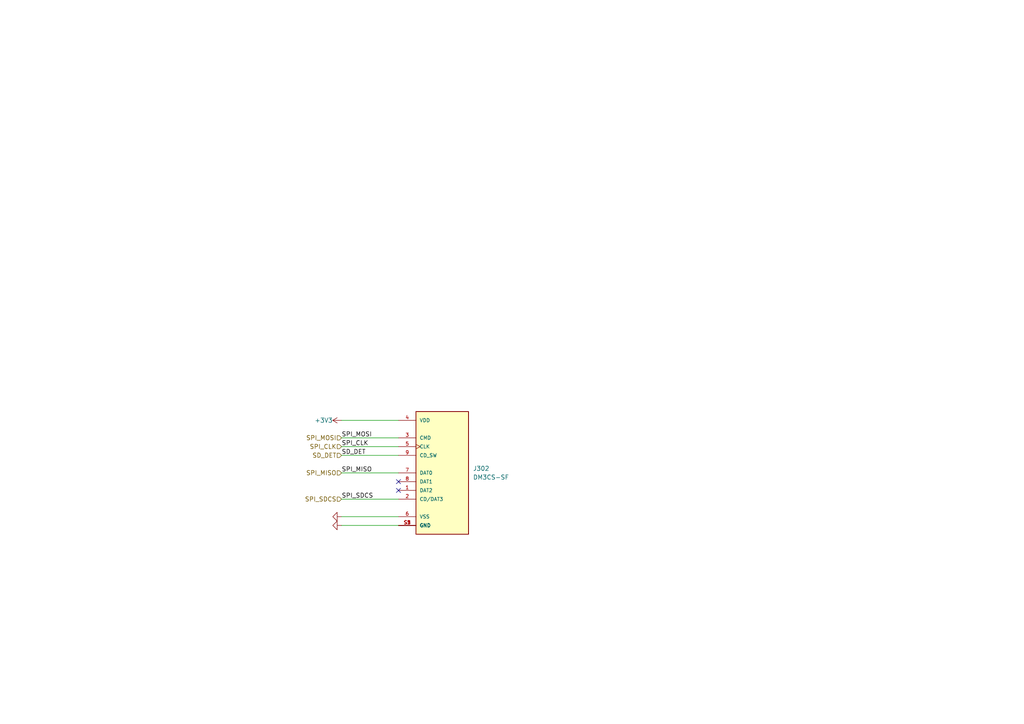
<source format=kicad_sch>
(kicad_sch (version 20230121) (generator eeschema)
  (paper "A4")
  (title_block (title "1 Job Lite") (date "2023-11-13") (rev "A") (company "Scott CJX"))
  (lib_symbols
    (symbol "DM3CS-SF:DM3CS-SF" (pin_names (offset 1.016))
      (property "Reference" "J" (at -7.6282 19.0976 0))
      (property "Value" "DM3CS-SF" (at -7.6357 -21.1508 0))
      (symbol "DM3CS-SF_0_0"
        (rectangle (start -7.62 -17.78) (end 7.62 17.78) (stroke (width 0.254)) (fill (type background)))
        (pin passive line (at -12.7 -5.08 0) (length 5.08) (name "DAT2") (number "1"))
        (pin passive line (at -12.7 -7.62 0) (length 5.08) (name "CD/DAT3") (number "2"))
        (pin passive line (at -12.7 10.16 0) (length 5.08) (name "CMD") (number "3"))
        (pin passive line (at -12.7 15.24 0) (length 5.08) (name "VDD") (number "4"))
        (pin passive clock (at -12.7 7.62 0) (length 5.08) (name "CLK") (number "5"))
        (pin passive line (at -12.7 -12.7 0) (length 5.08) (name "VSS") (number "6"))
        (pin passive line (at -12.7 0 0) (length 5.08) (name "DAT0") (number "7"))
        (pin passive line (at -12.7 -2.54 0) (length 5.08) (name "DAT1") (number "8"))
        (pin passive line (at -12.7 5.08 0) (length 5.08) (name "CD_SW") (number "9"))
        (pin passive line (at -12.7 -15.24 0) (length 5.08) (name "GND") (number "S1"))
        (pin passive line (at -12.7 -15.24 0) (length 5.08) (name "GND") (number "S2"))
        (pin passive line (at -12.7 -15.24 0) (length 5.08) (name "GND") (number "S3"))
        (pin passive line (at -12.7 -15.24 0) (length 5.08) (name "GND") (number "S5"))
      )
    )
    (symbol "power:+3V3" (power) (pin_names (offset 0))
      (property "Value" "+3V3" (at 0 3.556 0))
      (symbol "+3V3_0_1"
        (polyline (pts (xy -0.762 1.27) (xy 0 2.54)))
        (polyline (pts (xy 0 0) (xy 0 2.54)))
        (polyline (pts (xy 0 2.54) (xy 0.762 1.27)))
      )
      (symbol "+3V3_1_1"
        (pin power_in line (at 0 0 90) (length 0) hide (name "+3V3") (number "1"))
      )
    )
    (symbol "power:GND" (power) (pin_names (offset 0))
      (property "Value" "GND" (at 0 -3.81 0))
      (symbol "GND_0_1"
        (polyline (pts (xy 0 0) (xy 0 -1.27) (xy 1.27 -1.27) (xy 0 -2.54) (xy -1.27 -1.27) (xy 0 -1.27)))
      )
      (symbol "GND_1_1"
        (pin power_in line (at 0 0 270) (length 0) hide (name "GND") (number "1"))
      )
    )
  )
  (no_connect (at 115.57 142.24))
  (no_connect (at 115.57 139.7))
  (wire (pts (xy 99.06 137.16) (xy 115.57 137.16)))
  (wire (pts (xy 99.06 121.92) (xy 115.57 121.92)))
  (wire (pts (xy 99.06 144.78) (xy 115.57 144.78)))
  (wire (pts (xy 99.06 127) (xy 115.57 127)))
  (wire (pts (xy 99.06 152.4) (xy 115.57 152.4)))
  (wire (pts (xy 99.06 149.86) (xy 115.57 149.86)))
  (wire (pts (xy 99.06 129.54) (xy 115.57 129.54)))
  (wire (pts (xy 99.06 132.08) (xy 115.57 132.08)))
  (label "SPI_MOSI" (at 99.06 127 0))
  (label "SPI_SDCS" (at 99.06 144.78 0))
  (label "SPI_MISO" (at 99.06 137.16 0))
  (label "SPI_CLK" (at 99.06 129.54 0))
  (label "SD_DET" (at 99.06 132.08 0))
  (hierarchical_label "SPI_MOSI" (shape input) (at 99.06 127 180))
  (hierarchical_label "SPI_CLK" (shape input) (at 99.06 129.54 180))
  (hierarchical_label "SPI_SDCS" (shape input) (at 99.06 144.78 180))
  (hierarchical_label "SD_DET" (shape input) (at 99.06 132.08 180))
  (hierarchical_label "SPI_MISO" (shape input) (at 99.06 137.16 180))
  (symbol (lib_id "power:+3V3") (at 99.06 121.92 90) (unit 1)
    (property "Reference" "#PWR0304" (effects hide))
    (property "Value" "+3V3" (at 96.52 121.92 90) (effects (justify left)))
  )
  (symbol (lib_id "power:GND") (at 99.06 152.4 270) (unit 1)
    (property "Reference" "#PWR0305" (effects hide))
    (property "Value" "GND" (effects hide))
  )
  (symbol (lib_id "DM3CS-SF:DM3CS-SF") (at 128.27 137.16 0) (unit 1)
    (property "Reference" "J302" (at 137.16 135.89 0) (effects (justify left)))
    (property "Value" "DM3CS-SF" (at 137.16 138.43 0) (effects (justify left)))
    (property "Footprint" "footprints:HRS_DM3CS-SF" (effects hide))
    (property "LCSC" "C202111" (effects hide))
  )
  (symbol (lib_id "power:GND") (at 99.06 149.86 270) (unit 1)
    (property "Reference" "#PWR0306" (effects hide))
    (property "Value" "GND" (effects hide))
  )
)
</source>
